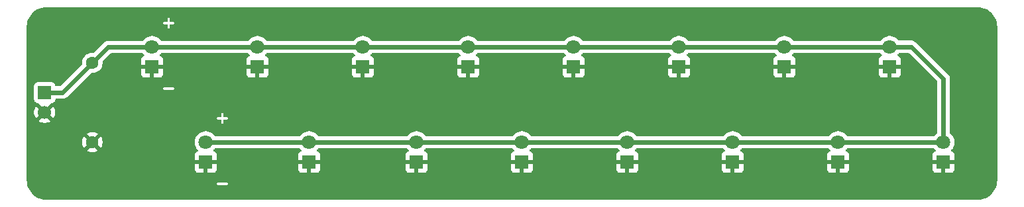
<source format=gbr>
%TF.GenerationSoftware,KiCad,Pcbnew,9.0.2*%
%TF.CreationDate,2025-10-03T08:34:23+02:00*%
%TF.ProjectId,led_print,6c65645f-7072-4696-9e74-2e6b69636164,rev?*%
%TF.SameCoordinates,Original*%
%TF.FileFunction,Copper,L1,Top*%
%TF.FilePolarity,Positive*%
%FSLAX46Y46*%
G04 Gerber Fmt 4.6, Leading zero omitted, Abs format (unit mm)*
G04 Created by KiCad (PCBNEW 9.0.2) date 2025-10-03 08:34:23*
%MOMM*%
%LPD*%
G01*
G04 APERTURE LIST*
%ADD10C,0.300000*%
%TA.AperFunction,ComponentPad*%
%ADD11R,1.800000X1.800000*%
%TD*%
%TA.AperFunction,ComponentPad*%
%ADD12C,1.800000*%
%TD*%
%TA.AperFunction,ComponentPad*%
%ADD13C,1.600000*%
%TD*%
%TA.AperFunction,ComponentPad*%
%ADD14R,1.700000X1.700000*%
%TD*%
%TA.AperFunction,ComponentPad*%
%ADD15C,1.700000*%
%TD*%
%TA.AperFunction,Conductor*%
%ADD16C,0.600000*%
%TD*%
G04 APERTURE END LIST*
D10*
G36*
X86593153Y-65392613D02*
G01*
X84822725Y-65392613D01*
X84822725Y-64478136D01*
X84989392Y-64478136D01*
X84989392Y-64536664D01*
X85011790Y-64590736D01*
X85053174Y-64632120D01*
X85107246Y-64654518D01*
X85136510Y-64657400D01*
X85557939Y-64657400D01*
X85557939Y-65078828D01*
X85560821Y-65108092D01*
X85583219Y-65162164D01*
X85624603Y-65203548D01*
X85678675Y-65225946D01*
X85737203Y-65225946D01*
X85791275Y-65203548D01*
X85832659Y-65162164D01*
X85855057Y-65108092D01*
X85857939Y-65078828D01*
X85857939Y-64657400D01*
X86279368Y-64657400D01*
X86308632Y-64654518D01*
X86362704Y-64632120D01*
X86404088Y-64590736D01*
X86426486Y-64536664D01*
X86426486Y-64478136D01*
X86404088Y-64424064D01*
X86362704Y-64382680D01*
X86308632Y-64360282D01*
X86279368Y-64357400D01*
X85857939Y-64357400D01*
X85857939Y-63935971D01*
X85855057Y-63906707D01*
X85832659Y-63852635D01*
X85791275Y-63811251D01*
X85737203Y-63788853D01*
X85678675Y-63788853D01*
X85624603Y-63811251D01*
X85583219Y-63852635D01*
X85560821Y-63906707D01*
X85557939Y-63935971D01*
X85557939Y-64357400D01*
X85136510Y-64357400D01*
X85107246Y-64360282D01*
X85053174Y-64382680D01*
X85011790Y-64424064D01*
X84989392Y-64478136D01*
X84822725Y-64478136D01*
X84822725Y-63622186D01*
X86593153Y-63622186D01*
X86593153Y-65392613D01*
G37*
G36*
X86593153Y-73206067D02*
G01*
X84822725Y-73206067D01*
X84822725Y-72860136D01*
X84989392Y-72860136D01*
X84989392Y-72918664D01*
X85011790Y-72972736D01*
X85053174Y-73014120D01*
X85107246Y-73036518D01*
X85136510Y-73039400D01*
X86279368Y-73039400D01*
X86308632Y-73036518D01*
X86362704Y-73014120D01*
X86404088Y-72972736D01*
X86426486Y-72918664D01*
X86426486Y-72860136D01*
X86404088Y-72806064D01*
X86362704Y-72764680D01*
X86308632Y-72742282D01*
X86279368Y-72739400D01*
X85136510Y-72739400D01*
X85107246Y-72742282D01*
X85053174Y-72764680D01*
X85011790Y-72806064D01*
X84989392Y-72860136D01*
X84822725Y-72860136D01*
X84822725Y-72572733D01*
X86593153Y-72572733D01*
X86593153Y-73206067D01*
G37*
G36*
X79735153Y-61014067D02*
G01*
X77964725Y-61014067D01*
X77964725Y-60668136D01*
X78131392Y-60668136D01*
X78131392Y-60726664D01*
X78153790Y-60780736D01*
X78195174Y-60822120D01*
X78249246Y-60844518D01*
X78278510Y-60847400D01*
X79421368Y-60847400D01*
X79450632Y-60844518D01*
X79504704Y-60822120D01*
X79546088Y-60780736D01*
X79568486Y-60726664D01*
X79568486Y-60668136D01*
X79546088Y-60614064D01*
X79504704Y-60572680D01*
X79450632Y-60550282D01*
X79421368Y-60547400D01*
X78278510Y-60547400D01*
X78249246Y-60550282D01*
X78195174Y-60572680D01*
X78153790Y-60614064D01*
X78131392Y-60668136D01*
X77964725Y-60668136D01*
X77964725Y-60380733D01*
X79735153Y-60380733D01*
X79735153Y-61014067D01*
G37*
G36*
X79735153Y-53200613D02*
G01*
X77964725Y-53200613D01*
X77964725Y-52286136D01*
X78131392Y-52286136D01*
X78131392Y-52344664D01*
X78153790Y-52398736D01*
X78195174Y-52440120D01*
X78249246Y-52462518D01*
X78278510Y-52465400D01*
X78699939Y-52465400D01*
X78699939Y-52886828D01*
X78702821Y-52916092D01*
X78725219Y-52970164D01*
X78766603Y-53011548D01*
X78820675Y-53033946D01*
X78879203Y-53033946D01*
X78933275Y-53011548D01*
X78974659Y-52970164D01*
X78997057Y-52916092D01*
X78999939Y-52886828D01*
X78999939Y-52465400D01*
X79421368Y-52465400D01*
X79450632Y-52462518D01*
X79504704Y-52440120D01*
X79546088Y-52398736D01*
X79568486Y-52344664D01*
X79568486Y-52286136D01*
X79546088Y-52232064D01*
X79504704Y-52190680D01*
X79450632Y-52168282D01*
X79421368Y-52165400D01*
X78999939Y-52165400D01*
X78999939Y-51743971D01*
X78997057Y-51714707D01*
X78974659Y-51660635D01*
X78933275Y-51619251D01*
X78879203Y-51596853D01*
X78820675Y-51596853D01*
X78766603Y-51619251D01*
X78725219Y-51660635D01*
X78702821Y-51714707D01*
X78699939Y-51743971D01*
X78699939Y-52165400D01*
X78278510Y-52165400D01*
X78249246Y-52168282D01*
X78195174Y-52190680D01*
X78153790Y-52232064D01*
X78131392Y-52286136D01*
X77964725Y-52286136D01*
X77964725Y-51430186D01*
X79735153Y-51430186D01*
X79735153Y-53200613D01*
G37*
D11*
%TO.P,D7,1,K*%
%TO.N,GND*%
X117094000Y-57917000D03*
D12*
%TO.P,D7,2,A*%
%TO.N,Net-(D1-A)*%
X117094000Y-55377000D03*
%TD*%
D11*
%TO.P,D1,1,K*%
%TO.N,GND*%
X76708000Y-57917000D03*
D12*
%TO.P,D1,2,A*%
%TO.N,Net-(D1-A)*%
X76708000Y-55377000D03*
%TD*%
D11*
%TO.P,D15,1,K*%
%TO.N,GND*%
X170942000Y-57912000D03*
D12*
%TO.P,D15,2,A*%
%TO.N,Net-(D1-A)*%
X170942000Y-55372000D03*
%TD*%
D11*
%TO.P,D2,1,K*%
%TO.N,GND*%
X177800000Y-70109000D03*
D12*
%TO.P,D2,2,A*%
%TO.N,Net-(D1-A)*%
X177800000Y-67569000D03*
%TD*%
D13*
%TO.P,R1,1*%
%TO.N,Net-(D1-A)*%
X69088000Y-57404000D03*
%TO.P,R1,2*%
%TO.N,GND*%
X69088000Y-67564000D03*
%TD*%
D14*
%TO.P,J1,1,Pin_1*%
%TO.N,Net-(D1-A)*%
X62992000Y-61209000D03*
D15*
%TO.P,J1,2,Pin_2*%
%TO.N,GND*%
X62992000Y-63749000D03*
%TD*%
D11*
%TO.P,D14,1,K*%
%TO.N,GND*%
X96774000Y-70109000D03*
D12*
%TO.P,D14,2,A*%
%TO.N,Net-(D1-A)*%
X96774000Y-67569000D03*
%TD*%
D11*
%TO.P,D12,1,K*%
%TO.N,GND*%
X110490000Y-70109000D03*
D12*
%TO.P,D12,2,A*%
%TO.N,Net-(D1-A)*%
X110490000Y-67569000D03*
%TD*%
D11*
%TO.P,D4,1,K*%
%TO.N,GND*%
X164338000Y-70109000D03*
D12*
%TO.P,D4,2,A*%
%TO.N,Net-(D1-A)*%
X164338000Y-67569000D03*
%TD*%
D11*
%TO.P,D3,1,K*%
%TO.N,GND*%
X90170000Y-57917000D03*
D12*
%TO.P,D3,2,A*%
%TO.N,Net-(D1-A)*%
X90170000Y-55377000D03*
%TD*%
D11*
%TO.P,D16,1,K*%
%TO.N,GND*%
X83566000Y-70109000D03*
D12*
%TO.P,D16,2,A*%
%TO.N,Net-(D1-A)*%
X83566000Y-67569000D03*
%TD*%
D11*
%TO.P,D8,1,K*%
%TO.N,GND*%
X137414000Y-70109000D03*
D12*
%TO.P,D8,2,A*%
%TO.N,Net-(D1-A)*%
X137414000Y-67569000D03*
%TD*%
D11*
%TO.P,D6,1,K*%
%TO.N,GND*%
X150876000Y-70109000D03*
D12*
%TO.P,D6,2,A*%
%TO.N,Net-(D1-A)*%
X150876000Y-67569000D03*
%TD*%
D11*
%TO.P,D10,1,K*%
%TO.N,GND*%
X123952000Y-70109000D03*
D12*
%TO.P,D10,2,A*%
%TO.N,Net-(D1-A)*%
X123952000Y-67569000D03*
%TD*%
D11*
%TO.P,D13,1,K*%
%TO.N,GND*%
X157480000Y-57917000D03*
D12*
%TO.P,D13,2,A*%
%TO.N,Net-(D1-A)*%
X157480000Y-55377000D03*
%TD*%
D11*
%TO.P,D9,1,K*%
%TO.N,GND*%
X130556000Y-57917000D03*
D12*
%TO.P,D9,2,A*%
%TO.N,Net-(D1-A)*%
X130556000Y-55377000D03*
%TD*%
D11*
%TO.P,D11,1,K*%
%TO.N,GND*%
X144018000Y-57912000D03*
D12*
%TO.P,D11,2,A*%
%TO.N,Net-(D1-A)*%
X144018000Y-55372000D03*
%TD*%
D11*
%TO.P,D5,1,K*%
%TO.N,GND*%
X103632000Y-57917000D03*
D12*
%TO.P,D5,2,A*%
%TO.N,Net-(D1-A)*%
X103632000Y-55377000D03*
%TD*%
D16*
%TO.N,Net-(D1-A)*%
X71115000Y-55377000D02*
X69088000Y-57404000D01*
X76708000Y-55377000D02*
X71115000Y-55377000D01*
X65283000Y-61209000D02*
X62992000Y-61209000D01*
X69088000Y-57404000D02*
X65283000Y-61209000D01*
X144018000Y-55372000D02*
X144023000Y-55377000D01*
X117094000Y-55377000D02*
X130556000Y-55377000D01*
X144013000Y-55377000D02*
X144018000Y-55372000D01*
X150876000Y-67569000D02*
X164338000Y-67569000D01*
X110490000Y-67569000D02*
X123952000Y-67569000D01*
X90170000Y-55377000D02*
X103632000Y-55377000D01*
X83566000Y-67569000D02*
X96774000Y-67569000D01*
X96774000Y-67569000D02*
X110490000Y-67569000D01*
X170937000Y-55377000D02*
X170942000Y-55372000D01*
X157480000Y-55377000D02*
X170937000Y-55377000D01*
X130556000Y-55377000D02*
X144013000Y-55377000D01*
X164338000Y-67569000D02*
X177800000Y-67569000D01*
X150876000Y-67569000D02*
X137414000Y-67569000D01*
X123952000Y-67569000D02*
X137414000Y-67569000D01*
X173736000Y-55372000D02*
X177800000Y-59436000D01*
X103632000Y-55377000D02*
X117094000Y-55377000D01*
X76708000Y-55377000D02*
X90170000Y-55377000D01*
X170942000Y-55372000D02*
X173736000Y-55372000D01*
X177800000Y-59436000D02*
X177800000Y-67569000D01*
X144023000Y-55377000D02*
X157480000Y-55377000D01*
%TD*%
%TA.AperFunction,Conductor*%
%TO.N,GND*%
G36*
X182169736Y-50284726D02*
G01*
X182459796Y-50302271D01*
X182474659Y-50304076D01*
X182756798Y-50355780D01*
X182771335Y-50359363D01*
X183045172Y-50444695D01*
X183059163Y-50450000D01*
X183320743Y-50567727D01*
X183333989Y-50574680D01*
X183579465Y-50723075D01*
X183591776Y-50731573D01*
X183817573Y-50908473D01*
X183828781Y-50918403D01*
X184031596Y-51121218D01*
X184041526Y-51132426D01*
X184161481Y-51285538D01*
X184218422Y-51358217D01*
X184226928Y-51370540D01*
X184375316Y-51616004D01*
X184382275Y-51629263D01*
X184499997Y-51890831D01*
X184505306Y-51904832D01*
X184590635Y-52178663D01*
X184594219Y-52193201D01*
X184645923Y-52475340D01*
X184647728Y-52490205D01*
X184665274Y-52780263D01*
X184665500Y-52787750D01*
X184665500Y-72434249D01*
X184665274Y-72441736D01*
X184647728Y-72731794D01*
X184645923Y-72746659D01*
X184594219Y-73028798D01*
X184590635Y-73043336D01*
X184505306Y-73317167D01*
X184499997Y-73331168D01*
X184382275Y-73592736D01*
X184375316Y-73605995D01*
X184226928Y-73851459D01*
X184218422Y-73863782D01*
X184041526Y-74089573D01*
X184031596Y-74100781D01*
X183828781Y-74303596D01*
X183817573Y-74313526D01*
X183591782Y-74490422D01*
X183579459Y-74498928D01*
X183333995Y-74647316D01*
X183320736Y-74654275D01*
X183059168Y-74771997D01*
X183045167Y-74777306D01*
X182771336Y-74862635D01*
X182756798Y-74866219D01*
X182474659Y-74917923D01*
X182459794Y-74919728D01*
X182169736Y-74937274D01*
X182162249Y-74937500D01*
X63201751Y-74937500D01*
X63194264Y-74937274D01*
X62904205Y-74919728D01*
X62889340Y-74917923D01*
X62607201Y-74866219D01*
X62592663Y-74862635D01*
X62318832Y-74777306D01*
X62304831Y-74771997D01*
X62043263Y-74654275D01*
X62030004Y-74647316D01*
X61784540Y-74498928D01*
X61772217Y-74490422D01*
X61546426Y-74313526D01*
X61535218Y-74303596D01*
X61332403Y-74100781D01*
X61322473Y-74089573D01*
X61145573Y-73863776D01*
X61137075Y-73851465D01*
X60988680Y-73605989D01*
X60981727Y-73592743D01*
X60864000Y-73331163D01*
X60858693Y-73317167D01*
X60773696Y-73044400D01*
X84981510Y-73044400D01*
X86434368Y-73044400D01*
X86434368Y-72734400D01*
X84981510Y-72734400D01*
X84981510Y-73044400D01*
X60773696Y-73044400D01*
X60773364Y-73043336D01*
X60769780Y-73028798D01*
X60718076Y-72746659D01*
X60716271Y-72731793D01*
X60713775Y-72690524D01*
X60698726Y-72441736D01*
X60698500Y-72434249D01*
X60698500Y-67461682D01*
X67788000Y-67461682D01*
X67788000Y-67666317D01*
X67820009Y-67868417D01*
X67883244Y-68063031D01*
X67976141Y-68245350D01*
X67976147Y-68245359D01*
X68008523Y-68289921D01*
X68008524Y-68289922D01*
X68688000Y-67610446D01*
X68688000Y-67616661D01*
X68715259Y-67718394D01*
X68767920Y-67809606D01*
X68842394Y-67884080D01*
X68933606Y-67936741D01*
X69035339Y-67964000D01*
X69041553Y-67964000D01*
X68362076Y-68643474D01*
X68406650Y-68675859D01*
X68588968Y-68768755D01*
X68783582Y-68831990D01*
X68985683Y-68864000D01*
X69190317Y-68864000D01*
X69392417Y-68831990D01*
X69587031Y-68768755D01*
X69769349Y-68675859D01*
X69813921Y-68643474D01*
X69134447Y-67964000D01*
X69140661Y-67964000D01*
X69242394Y-67936741D01*
X69333606Y-67884080D01*
X69408080Y-67809606D01*
X69460741Y-67718394D01*
X69488000Y-67616661D01*
X69488000Y-67610447D01*
X70167474Y-68289921D01*
X70199859Y-68245349D01*
X70292755Y-68063031D01*
X70355990Y-67868417D01*
X70388000Y-67666317D01*
X70388000Y-67461682D01*
X70355990Y-67259582D01*
X70292755Y-67064968D01*
X70199859Y-66882650D01*
X70167474Y-66838077D01*
X70167474Y-66838076D01*
X69488000Y-67517551D01*
X69488000Y-67511339D01*
X69460741Y-67409606D01*
X69408080Y-67318394D01*
X69333606Y-67243920D01*
X69242394Y-67191259D01*
X69140661Y-67164000D01*
X69134446Y-67164000D01*
X69813922Y-66484524D01*
X69813921Y-66484523D01*
X69769359Y-66452147D01*
X69769350Y-66452141D01*
X69587031Y-66359244D01*
X69392417Y-66296009D01*
X69190317Y-66264000D01*
X68985683Y-66264000D01*
X68783582Y-66296009D01*
X68588968Y-66359244D01*
X68406644Y-66452143D01*
X68362077Y-66484523D01*
X68362077Y-66484524D01*
X69041554Y-67164000D01*
X69035339Y-67164000D01*
X68933606Y-67191259D01*
X68842394Y-67243920D01*
X68767920Y-67318394D01*
X68715259Y-67409606D01*
X68688000Y-67511339D01*
X68688000Y-67517553D01*
X68008524Y-66838077D01*
X68008523Y-66838077D01*
X67976143Y-66882644D01*
X67883244Y-67064968D01*
X67820009Y-67259582D01*
X67788000Y-67461682D01*
X60698500Y-67461682D01*
X60698500Y-65233828D01*
X84981510Y-65233828D01*
X86434368Y-65233828D01*
X86434368Y-63780971D01*
X84981510Y-63780971D01*
X84981510Y-65233828D01*
X60698500Y-65233828D01*
X60698500Y-60311135D01*
X61641500Y-60311135D01*
X61641500Y-62106870D01*
X61641501Y-62106876D01*
X61647908Y-62166483D01*
X61698202Y-62301328D01*
X61698206Y-62301335D01*
X61784452Y-62416544D01*
X61784455Y-62416547D01*
X61899664Y-62502793D01*
X61899671Y-62502797D01*
X61944618Y-62519561D01*
X62034517Y-62553091D01*
X62094127Y-62559500D01*
X62104685Y-62559499D01*
X62171723Y-62579179D01*
X62192372Y-62595818D01*
X62862591Y-63266037D01*
X62799007Y-63283075D01*
X62684993Y-63348901D01*
X62591901Y-63441993D01*
X62526075Y-63556007D01*
X62509037Y-63619591D01*
X61876728Y-62987282D01*
X61876727Y-62987282D01*
X61837380Y-63041439D01*
X61740904Y-63230782D01*
X61675242Y-63432869D01*
X61675242Y-63432872D01*
X61642000Y-63642753D01*
X61642000Y-63855246D01*
X61675242Y-64065127D01*
X61675242Y-64065130D01*
X61740904Y-64267217D01*
X61837375Y-64456550D01*
X61876728Y-64510716D01*
X62509037Y-63878408D01*
X62526075Y-63941993D01*
X62591901Y-64056007D01*
X62684993Y-64149099D01*
X62799007Y-64214925D01*
X62862590Y-64231962D01*
X62230282Y-64864269D01*
X62230282Y-64864270D01*
X62284449Y-64903624D01*
X62473782Y-65000095D01*
X62675870Y-65065757D01*
X62885754Y-65099000D01*
X63098246Y-65099000D01*
X63308127Y-65065757D01*
X63308130Y-65065757D01*
X63510217Y-65000095D01*
X63699554Y-64903622D01*
X63753716Y-64864270D01*
X63753717Y-64864270D01*
X63121408Y-64231962D01*
X63184993Y-64214925D01*
X63299007Y-64149099D01*
X63392099Y-64056007D01*
X63457925Y-63941993D01*
X63474962Y-63878408D01*
X64107270Y-64510717D01*
X64107270Y-64510716D01*
X64146622Y-64456554D01*
X64243095Y-64267217D01*
X64308757Y-64065130D01*
X64308757Y-64065127D01*
X64342000Y-63855246D01*
X64342000Y-63642753D01*
X64308757Y-63432872D01*
X64308757Y-63432869D01*
X64243095Y-63230782D01*
X64146624Y-63041449D01*
X64107270Y-62987282D01*
X64107269Y-62987282D01*
X63474962Y-63619590D01*
X63457925Y-63556007D01*
X63392099Y-63441993D01*
X63299007Y-63348901D01*
X63184993Y-63283075D01*
X63121409Y-63266037D01*
X63791627Y-62595818D01*
X63852950Y-62562333D01*
X63879307Y-62559499D01*
X63889872Y-62559499D01*
X63949483Y-62553091D01*
X64084331Y-62502796D01*
X64199546Y-62416546D01*
X64285796Y-62301331D01*
X64336091Y-62166483D01*
X64341062Y-62120242D01*
X64367799Y-62055694D01*
X64425191Y-62015846D01*
X64464351Y-62009500D01*
X65361844Y-62009500D01*
X65361845Y-62009499D01*
X65516497Y-61978737D01*
X65662179Y-61918394D01*
X65793289Y-61830789D01*
X66771678Y-60852400D01*
X78123510Y-60852400D01*
X79576368Y-60852400D01*
X79576368Y-60542400D01*
X78123510Y-60542400D01*
X78123510Y-60852400D01*
X66771678Y-60852400D01*
X67372561Y-60251517D01*
X68454890Y-59169187D01*
X68883978Y-58740098D01*
X68945299Y-58706615D01*
X68981404Y-58704165D01*
X68985643Y-58704499D01*
X68985648Y-58704500D01*
X68985653Y-58704500D01*
X69190351Y-58704500D01*
X69190352Y-58704500D01*
X69392534Y-58672477D01*
X69587219Y-58609220D01*
X69769610Y-58516287D01*
X69862590Y-58448732D01*
X69935213Y-58395971D01*
X69935215Y-58395968D01*
X69935219Y-58395966D01*
X70079966Y-58251219D01*
X70079968Y-58251215D01*
X70079971Y-58251213D01*
X70200286Y-58085611D01*
X70213672Y-58059342D01*
X70293218Y-57903223D01*
X70293218Y-57903222D01*
X70293220Y-57903219D01*
X70356477Y-57708534D01*
X70388500Y-57506352D01*
X70388500Y-57301648D01*
X70388499Y-57301644D01*
X70388165Y-57297404D01*
X70402519Y-57229024D01*
X70424096Y-57199980D01*
X71410259Y-56213819D01*
X71471582Y-56180334D01*
X71497940Y-56177500D01*
X75495302Y-56177500D01*
X75495849Y-56177660D01*
X75496398Y-56177505D01*
X75529359Y-56187500D01*
X75562341Y-56197185D01*
X75562896Y-56197670D01*
X75563261Y-56197781D01*
X75565910Y-56200305D01*
X75589729Y-56221129D01*
X75592823Y-56224764D01*
X75639758Y-56289365D01*
X75693837Y-56343444D01*
X75697062Y-56347233D01*
X75709347Y-56374777D01*
X75723801Y-56401246D01*
X75723435Y-56406360D01*
X75725524Y-56411043D01*
X75720968Y-56440856D01*
X75718817Y-56470938D01*
X75715744Y-56475042D01*
X75714970Y-56480110D01*
X75695018Y-56502728D01*
X75676945Y-56526871D01*
X75670727Y-56530265D01*
X75668750Y-56532508D01*
X75664313Y-56533768D01*
X75645969Y-56543785D01*
X75565918Y-56573643D01*
X75565906Y-56573649D01*
X75450812Y-56659809D01*
X75450809Y-56659812D01*
X75364649Y-56774906D01*
X75364645Y-56774913D01*
X75314403Y-56909620D01*
X75314401Y-56909627D01*
X75308000Y-56969155D01*
X75308000Y-57667000D01*
X76332722Y-57667000D01*
X76288667Y-57743306D01*
X76258000Y-57857756D01*
X76258000Y-57976244D01*
X76288667Y-58090694D01*
X76332722Y-58167000D01*
X75308000Y-58167000D01*
X75308000Y-58864844D01*
X75314401Y-58924372D01*
X75314403Y-58924379D01*
X75364645Y-59059086D01*
X75364649Y-59059093D01*
X75450809Y-59174187D01*
X75450812Y-59174190D01*
X75565906Y-59260350D01*
X75565913Y-59260354D01*
X75700620Y-59310596D01*
X75700627Y-59310598D01*
X75760155Y-59316999D01*
X75760172Y-59317000D01*
X76458000Y-59317000D01*
X76458000Y-58292277D01*
X76534306Y-58336333D01*
X76648756Y-58367000D01*
X76767244Y-58367000D01*
X76881694Y-58336333D01*
X76958000Y-58292277D01*
X76958000Y-59317000D01*
X77655828Y-59317000D01*
X77655844Y-59316999D01*
X77715372Y-59310598D01*
X77715379Y-59310596D01*
X77850086Y-59260354D01*
X77850093Y-59260350D01*
X77965187Y-59174190D01*
X77965190Y-59174187D01*
X78051350Y-59059093D01*
X78051354Y-59059086D01*
X78101596Y-58924379D01*
X78101598Y-58924372D01*
X78107999Y-58864844D01*
X78108000Y-58864827D01*
X78108000Y-58167000D01*
X77083278Y-58167000D01*
X77127333Y-58090694D01*
X77158000Y-57976244D01*
X77158000Y-57857756D01*
X77127333Y-57743306D01*
X77083278Y-57667000D01*
X78108000Y-57667000D01*
X78108000Y-56969172D01*
X78107999Y-56969155D01*
X78101598Y-56909627D01*
X78101596Y-56909620D01*
X78051354Y-56774913D01*
X78051350Y-56774906D01*
X77965190Y-56659812D01*
X77965187Y-56659809D01*
X77850093Y-56573649D01*
X77850087Y-56573646D01*
X77770030Y-56543786D01*
X77745882Y-56525709D01*
X77720372Y-56509631D01*
X77718201Y-56504986D01*
X77714097Y-56501914D01*
X77703558Y-56473658D01*
X77690787Y-56446335D01*
X77691471Y-56441253D01*
X77689680Y-56436450D01*
X77696090Y-56406979D01*
X77700119Y-56377091D01*
X77703737Y-56371830D01*
X77704532Y-56368177D01*
X77718937Y-56347232D01*
X77722150Y-56343456D01*
X77776242Y-56289365D01*
X77823181Y-56224757D01*
X77826271Y-56221128D01*
X77851670Y-56204486D01*
X77875709Y-56185949D01*
X77881670Y-56184829D01*
X77884713Y-56182836D01*
X77892658Y-56182765D01*
X77920698Y-56177500D01*
X88957302Y-56177500D01*
X89024341Y-56197185D01*
X89057620Y-56228615D01*
X89101752Y-56289359D01*
X89152316Y-56339923D01*
X89185801Y-56401246D01*
X89180817Y-56470938D01*
X89138945Y-56526871D01*
X89107969Y-56543785D01*
X89027918Y-56573643D01*
X89027906Y-56573649D01*
X88912812Y-56659809D01*
X88912809Y-56659812D01*
X88826649Y-56774906D01*
X88826645Y-56774913D01*
X88776403Y-56909620D01*
X88776401Y-56909627D01*
X88770000Y-56969155D01*
X88770000Y-57667000D01*
X89794722Y-57667000D01*
X89750667Y-57743306D01*
X89720000Y-57857756D01*
X89720000Y-57976244D01*
X89750667Y-58090694D01*
X89794722Y-58167000D01*
X88770000Y-58167000D01*
X88770000Y-58864844D01*
X88776401Y-58924372D01*
X88776403Y-58924379D01*
X88826645Y-59059086D01*
X88826649Y-59059093D01*
X88912809Y-59174187D01*
X88912812Y-59174190D01*
X89027906Y-59260350D01*
X89027913Y-59260354D01*
X89162620Y-59310596D01*
X89162627Y-59310598D01*
X89222155Y-59316999D01*
X89222172Y-59317000D01*
X89920000Y-59317000D01*
X89920000Y-58292277D01*
X89996306Y-58336333D01*
X90110756Y-58367000D01*
X90229244Y-58367000D01*
X90343694Y-58336333D01*
X90420000Y-58292277D01*
X90420000Y-59317000D01*
X91117828Y-59317000D01*
X91117844Y-59316999D01*
X91177372Y-59310598D01*
X91177379Y-59310596D01*
X91312086Y-59260354D01*
X91312093Y-59260350D01*
X91427187Y-59174190D01*
X91427190Y-59174187D01*
X91513350Y-59059093D01*
X91513354Y-59059086D01*
X91563596Y-58924379D01*
X91563598Y-58924372D01*
X91569999Y-58864844D01*
X91570000Y-58864827D01*
X91570000Y-58167000D01*
X90545278Y-58167000D01*
X90589333Y-58090694D01*
X90620000Y-57976244D01*
X90620000Y-57857756D01*
X90589333Y-57743306D01*
X90545278Y-57667000D01*
X91570000Y-57667000D01*
X91570000Y-56969172D01*
X91569999Y-56969155D01*
X91563598Y-56909627D01*
X91563596Y-56909620D01*
X91513354Y-56774913D01*
X91513350Y-56774906D01*
X91427190Y-56659812D01*
X91427187Y-56659809D01*
X91312093Y-56573649D01*
X91312087Y-56573646D01*
X91232030Y-56543786D01*
X91207882Y-56525709D01*
X91182372Y-56509631D01*
X91180201Y-56504986D01*
X91176097Y-56501914D01*
X91165558Y-56473658D01*
X91152787Y-56446335D01*
X91153471Y-56441253D01*
X91151680Y-56436450D01*
X91158090Y-56406979D01*
X91162119Y-56377091D01*
X91165737Y-56371830D01*
X91166532Y-56368177D01*
X91180937Y-56347232D01*
X91184150Y-56343456D01*
X91238242Y-56289365D01*
X91285181Y-56224757D01*
X91288271Y-56221128D01*
X91313670Y-56204486D01*
X91337709Y-56185949D01*
X91343670Y-56184829D01*
X91346713Y-56182836D01*
X91354658Y-56182765D01*
X91382698Y-56177500D01*
X102419302Y-56177500D01*
X102486341Y-56197185D01*
X102519620Y-56228615D01*
X102563752Y-56289359D01*
X102614316Y-56339923D01*
X102647801Y-56401246D01*
X102642817Y-56470938D01*
X102600945Y-56526871D01*
X102569969Y-56543785D01*
X102489918Y-56573643D01*
X102489906Y-56573649D01*
X102374812Y-56659809D01*
X102374809Y-56659812D01*
X102288649Y-56774906D01*
X102288645Y-56774913D01*
X102238403Y-56909620D01*
X102238401Y-56909627D01*
X102232000Y-56969155D01*
X102232000Y-57667000D01*
X103256722Y-57667000D01*
X103212667Y-57743306D01*
X103182000Y-57857756D01*
X103182000Y-57976244D01*
X103212667Y-58090694D01*
X103256722Y-58167000D01*
X102232000Y-58167000D01*
X102232000Y-58864844D01*
X102238401Y-58924372D01*
X102238403Y-58924379D01*
X102288645Y-59059086D01*
X102288649Y-59059093D01*
X102374809Y-59174187D01*
X102374812Y-59174190D01*
X102489906Y-59260350D01*
X102489913Y-59260354D01*
X102624620Y-59310596D01*
X102624627Y-59310598D01*
X102684155Y-59316999D01*
X102684172Y-59317000D01*
X103382000Y-59317000D01*
X103382000Y-58292277D01*
X103458306Y-58336333D01*
X103572756Y-58367000D01*
X103691244Y-58367000D01*
X103805694Y-58336333D01*
X103882000Y-58292277D01*
X103882000Y-59317000D01*
X104579828Y-59317000D01*
X104579844Y-59316999D01*
X104639372Y-59310598D01*
X104639379Y-59310596D01*
X104774086Y-59260354D01*
X104774093Y-59260350D01*
X104889187Y-59174190D01*
X104889190Y-59174187D01*
X104975350Y-59059093D01*
X104975354Y-59059086D01*
X105025596Y-58924379D01*
X105025598Y-58924372D01*
X105031999Y-58864844D01*
X105032000Y-58864827D01*
X105032000Y-58167000D01*
X104007278Y-58167000D01*
X104051333Y-58090694D01*
X104082000Y-57976244D01*
X104082000Y-57857756D01*
X104051333Y-57743306D01*
X104007278Y-57667000D01*
X105032000Y-57667000D01*
X105032000Y-56969172D01*
X105031999Y-56969155D01*
X105025598Y-56909627D01*
X105025596Y-56909620D01*
X104975354Y-56774913D01*
X104975350Y-56774906D01*
X104889190Y-56659812D01*
X104889187Y-56659809D01*
X104774093Y-56573649D01*
X104774087Y-56573646D01*
X104694030Y-56543786D01*
X104669882Y-56525709D01*
X104644372Y-56509631D01*
X104642201Y-56504986D01*
X104638097Y-56501914D01*
X104627558Y-56473658D01*
X104614787Y-56446335D01*
X104615471Y-56441253D01*
X104613680Y-56436450D01*
X104620090Y-56406979D01*
X104624119Y-56377091D01*
X104627737Y-56371830D01*
X104628532Y-56368177D01*
X104642937Y-56347232D01*
X104646150Y-56343456D01*
X104700242Y-56289365D01*
X104747181Y-56224757D01*
X104750271Y-56221128D01*
X104775670Y-56204486D01*
X104799709Y-56185949D01*
X104805670Y-56184829D01*
X104808713Y-56182836D01*
X104816658Y-56182765D01*
X104844698Y-56177500D01*
X115881302Y-56177500D01*
X115948341Y-56197185D01*
X115981620Y-56228615D01*
X116025752Y-56289359D01*
X116076316Y-56339923D01*
X116109801Y-56401246D01*
X116104817Y-56470938D01*
X116062945Y-56526871D01*
X116031969Y-56543785D01*
X115951918Y-56573643D01*
X115951906Y-56573649D01*
X115836812Y-56659809D01*
X115836809Y-56659812D01*
X115750649Y-56774906D01*
X115750645Y-56774913D01*
X115700403Y-56909620D01*
X115700401Y-56909627D01*
X115694000Y-56969155D01*
X115694000Y-57667000D01*
X116718722Y-57667000D01*
X116674667Y-57743306D01*
X116644000Y-57857756D01*
X116644000Y-57976244D01*
X116674667Y-58090694D01*
X116718722Y-58167000D01*
X115694000Y-58167000D01*
X115694000Y-58864844D01*
X115700401Y-58924372D01*
X115700403Y-58924379D01*
X115750645Y-59059086D01*
X115750649Y-59059093D01*
X115836809Y-59174187D01*
X115836812Y-59174190D01*
X115951906Y-59260350D01*
X115951913Y-59260354D01*
X116086620Y-59310596D01*
X116086627Y-59310598D01*
X116146155Y-59316999D01*
X116146172Y-59317000D01*
X116844000Y-59317000D01*
X116844000Y-58292277D01*
X116920306Y-58336333D01*
X117034756Y-58367000D01*
X117153244Y-58367000D01*
X117267694Y-58336333D01*
X117344000Y-58292277D01*
X117344000Y-59317000D01*
X118041828Y-59317000D01*
X118041844Y-59316999D01*
X118101372Y-59310598D01*
X118101379Y-59310596D01*
X118236086Y-59260354D01*
X118236093Y-59260350D01*
X118351187Y-59174190D01*
X118351190Y-59174187D01*
X118437350Y-59059093D01*
X118437354Y-59059086D01*
X118487596Y-58924379D01*
X118487598Y-58924372D01*
X118493999Y-58864844D01*
X118494000Y-58864827D01*
X118494000Y-58167000D01*
X117469278Y-58167000D01*
X117513333Y-58090694D01*
X117544000Y-57976244D01*
X117544000Y-57857756D01*
X117513333Y-57743306D01*
X117469278Y-57667000D01*
X118494000Y-57667000D01*
X118494000Y-56969172D01*
X118493999Y-56969155D01*
X118487598Y-56909627D01*
X118487596Y-56909620D01*
X118437354Y-56774913D01*
X118437350Y-56774906D01*
X118351190Y-56659812D01*
X118351187Y-56659809D01*
X118236093Y-56573649D01*
X118236087Y-56573646D01*
X118156030Y-56543786D01*
X118131882Y-56525709D01*
X118106372Y-56509631D01*
X118104201Y-56504986D01*
X118100097Y-56501914D01*
X118089558Y-56473658D01*
X118076787Y-56446335D01*
X118077471Y-56441253D01*
X118075680Y-56436450D01*
X118082090Y-56406979D01*
X118086119Y-56377091D01*
X118089737Y-56371830D01*
X118090532Y-56368177D01*
X118104937Y-56347232D01*
X118108150Y-56343456D01*
X118162242Y-56289365D01*
X118209181Y-56224757D01*
X118212271Y-56221128D01*
X118237670Y-56204486D01*
X118261709Y-56185949D01*
X118267670Y-56184829D01*
X118270713Y-56182836D01*
X118278658Y-56182765D01*
X118306698Y-56177500D01*
X129343302Y-56177500D01*
X129410341Y-56197185D01*
X129443620Y-56228615D01*
X129487752Y-56289359D01*
X129538316Y-56339923D01*
X129571801Y-56401246D01*
X129566817Y-56470938D01*
X129524945Y-56526871D01*
X129493969Y-56543785D01*
X129413918Y-56573643D01*
X129413906Y-56573649D01*
X129298812Y-56659809D01*
X129298809Y-56659812D01*
X129212649Y-56774906D01*
X129212645Y-56774913D01*
X129162403Y-56909620D01*
X129162401Y-56909627D01*
X129156000Y-56969155D01*
X129156000Y-57667000D01*
X130180722Y-57667000D01*
X130136667Y-57743306D01*
X130106000Y-57857756D01*
X130106000Y-57976244D01*
X130136667Y-58090694D01*
X130180722Y-58167000D01*
X129156000Y-58167000D01*
X129156000Y-58864844D01*
X129162401Y-58924372D01*
X129162403Y-58924379D01*
X129212645Y-59059086D01*
X129212649Y-59059093D01*
X129298809Y-59174187D01*
X129298812Y-59174190D01*
X129413906Y-59260350D01*
X129413913Y-59260354D01*
X129548620Y-59310596D01*
X129548627Y-59310598D01*
X129608155Y-59316999D01*
X129608172Y-59317000D01*
X130306000Y-59317000D01*
X130306000Y-58292277D01*
X130382306Y-58336333D01*
X130496756Y-58367000D01*
X130615244Y-58367000D01*
X130729694Y-58336333D01*
X130806000Y-58292277D01*
X130806000Y-59317000D01*
X131503828Y-59317000D01*
X131503844Y-59316999D01*
X131563372Y-59310598D01*
X131563379Y-59310596D01*
X131698086Y-59260354D01*
X131698093Y-59260350D01*
X131813187Y-59174190D01*
X131813190Y-59174187D01*
X131899350Y-59059093D01*
X131899354Y-59059086D01*
X131949596Y-58924379D01*
X131949598Y-58924372D01*
X131955999Y-58864844D01*
X131956000Y-58864827D01*
X131956000Y-58167000D01*
X130931278Y-58167000D01*
X130975333Y-58090694D01*
X131006000Y-57976244D01*
X131006000Y-57857756D01*
X130975333Y-57743306D01*
X130931278Y-57667000D01*
X131956000Y-57667000D01*
X131956000Y-56969172D01*
X131955999Y-56969155D01*
X131949598Y-56909627D01*
X131949596Y-56909620D01*
X131899354Y-56774913D01*
X131899350Y-56774906D01*
X131813190Y-56659812D01*
X131813187Y-56659809D01*
X131698093Y-56573649D01*
X131698087Y-56573646D01*
X131618030Y-56543786D01*
X131593882Y-56525709D01*
X131568372Y-56509631D01*
X131566201Y-56504986D01*
X131562097Y-56501914D01*
X131551558Y-56473658D01*
X131538787Y-56446335D01*
X131539471Y-56441253D01*
X131537680Y-56436450D01*
X131544090Y-56406979D01*
X131548119Y-56377091D01*
X131551737Y-56371830D01*
X131552532Y-56368177D01*
X131566937Y-56347232D01*
X131570150Y-56343456D01*
X131624242Y-56289365D01*
X131671181Y-56224757D01*
X131674271Y-56221128D01*
X131699670Y-56204486D01*
X131723709Y-56185949D01*
X131729670Y-56184829D01*
X131732713Y-56182836D01*
X131740658Y-56182765D01*
X131768698Y-56177500D01*
X142808935Y-56177500D01*
X142875974Y-56197185D01*
X142909251Y-56228612D01*
X142949758Y-56284365D01*
X142949760Y-56284367D01*
X143000316Y-56334923D01*
X143033801Y-56396246D01*
X143028817Y-56465938D01*
X142986945Y-56521871D01*
X142955969Y-56538785D01*
X142875918Y-56568643D01*
X142875906Y-56568649D01*
X142760812Y-56654809D01*
X142760809Y-56654812D01*
X142674649Y-56769906D01*
X142674645Y-56769913D01*
X142624403Y-56904620D01*
X142624401Y-56904627D01*
X142618000Y-56964155D01*
X142618000Y-57662000D01*
X143642722Y-57662000D01*
X143598667Y-57738306D01*
X143568000Y-57852756D01*
X143568000Y-57971244D01*
X143598667Y-58085694D01*
X143642722Y-58162000D01*
X142618000Y-58162000D01*
X142618000Y-58859844D01*
X142624401Y-58919372D01*
X142624403Y-58919379D01*
X142674645Y-59054086D01*
X142674649Y-59054093D01*
X142760809Y-59169187D01*
X142760812Y-59169190D01*
X142875906Y-59255350D01*
X142875913Y-59255354D01*
X143010620Y-59305596D01*
X143010627Y-59305598D01*
X143070155Y-59311999D01*
X143070172Y-59312000D01*
X143768000Y-59312000D01*
X143768000Y-58287277D01*
X143844306Y-58331333D01*
X143958756Y-58362000D01*
X144077244Y-58362000D01*
X144191694Y-58331333D01*
X144268000Y-58287277D01*
X144268000Y-59312000D01*
X144965828Y-59312000D01*
X144965844Y-59311999D01*
X145025372Y-59305598D01*
X145025379Y-59305596D01*
X145160086Y-59255354D01*
X145160093Y-59255350D01*
X145275187Y-59169190D01*
X145275190Y-59169187D01*
X145361350Y-59054093D01*
X145361354Y-59054086D01*
X145411596Y-58919379D01*
X145411598Y-58919372D01*
X145417999Y-58859844D01*
X145418000Y-58859827D01*
X145418000Y-58162000D01*
X144393278Y-58162000D01*
X144437333Y-58085694D01*
X144468000Y-57971244D01*
X144468000Y-57852756D01*
X144437333Y-57738306D01*
X144393278Y-57662000D01*
X145418000Y-57662000D01*
X145418000Y-56964172D01*
X145417999Y-56964155D01*
X145411598Y-56904627D01*
X145411596Y-56904620D01*
X145361354Y-56769913D01*
X145361350Y-56769906D01*
X145275190Y-56654812D01*
X145275187Y-56654809D01*
X145160093Y-56568649D01*
X145160087Y-56568646D01*
X145080030Y-56538786D01*
X145055743Y-56520605D01*
X145030128Y-56504354D01*
X145028049Y-56499873D01*
X145024097Y-56496914D01*
X145013496Y-56468492D01*
X145000732Y-56440970D01*
X145001406Y-56436077D01*
X144999680Y-56431450D01*
X145006129Y-56401804D01*
X145010270Y-56371754D01*
X145013769Y-56366682D01*
X145014532Y-56363177D01*
X145029177Y-56341952D01*
X145032287Y-56338319D01*
X145086242Y-56284365D01*
X145129656Y-56224610D01*
X145132878Y-56220848D01*
X145158169Y-56204384D01*
X145182077Y-56185949D01*
X145188278Y-56184784D01*
X145191434Y-56182730D01*
X145199468Y-56182682D01*
X145227065Y-56177500D01*
X156267302Y-56177500D01*
X156334341Y-56197185D01*
X156367620Y-56228615D01*
X156411752Y-56289359D01*
X156462316Y-56339923D01*
X156495801Y-56401246D01*
X156490817Y-56470938D01*
X156448945Y-56526871D01*
X156417969Y-56543785D01*
X156337918Y-56573643D01*
X156337906Y-56573649D01*
X156222812Y-56659809D01*
X156222809Y-56659812D01*
X156136649Y-56774906D01*
X156136645Y-56774913D01*
X156086403Y-56909620D01*
X156086401Y-56909627D01*
X156080000Y-56969155D01*
X156080000Y-57667000D01*
X157104722Y-57667000D01*
X157060667Y-57743306D01*
X157030000Y-57857756D01*
X157030000Y-57976244D01*
X157060667Y-58090694D01*
X157104722Y-58167000D01*
X156080000Y-58167000D01*
X156080000Y-58864844D01*
X156086401Y-58924372D01*
X156086403Y-58924379D01*
X156136645Y-59059086D01*
X156136649Y-59059093D01*
X156222809Y-59174187D01*
X156222812Y-59174190D01*
X156337906Y-59260350D01*
X156337913Y-59260354D01*
X156472620Y-59310596D01*
X156472627Y-59310598D01*
X156532155Y-59316999D01*
X156532172Y-59317000D01*
X157230000Y-59317000D01*
X157230000Y-58292277D01*
X157306306Y-58336333D01*
X157420756Y-58367000D01*
X157539244Y-58367000D01*
X157653694Y-58336333D01*
X157730000Y-58292277D01*
X157730000Y-59317000D01*
X158427828Y-59317000D01*
X158427844Y-59316999D01*
X158487372Y-59310598D01*
X158487379Y-59310596D01*
X158622086Y-59260354D01*
X158622093Y-59260350D01*
X158737187Y-59174190D01*
X158737190Y-59174187D01*
X158823350Y-59059093D01*
X158823354Y-59059086D01*
X158873596Y-58924379D01*
X158873598Y-58924372D01*
X158879999Y-58864844D01*
X158880000Y-58864827D01*
X158880000Y-58167000D01*
X157855278Y-58167000D01*
X157899333Y-58090694D01*
X157930000Y-57976244D01*
X157930000Y-57857756D01*
X157899333Y-57743306D01*
X157855278Y-57667000D01*
X158880000Y-57667000D01*
X158880000Y-56969172D01*
X158879999Y-56969155D01*
X158873598Y-56909627D01*
X158873596Y-56909620D01*
X158823354Y-56774913D01*
X158823350Y-56774906D01*
X158737190Y-56659812D01*
X158737187Y-56659809D01*
X158622093Y-56573649D01*
X158622087Y-56573646D01*
X158542030Y-56543786D01*
X158517882Y-56525709D01*
X158492372Y-56509631D01*
X158490201Y-56504986D01*
X158486097Y-56501914D01*
X158475558Y-56473658D01*
X158462787Y-56446335D01*
X158463471Y-56441253D01*
X158461680Y-56436450D01*
X158468090Y-56406979D01*
X158472119Y-56377091D01*
X158475737Y-56371830D01*
X158476532Y-56368177D01*
X158490937Y-56347232D01*
X158494150Y-56343456D01*
X158548242Y-56289365D01*
X158595181Y-56224757D01*
X158598271Y-56221128D01*
X158623670Y-56204486D01*
X158647709Y-56185949D01*
X158653670Y-56184829D01*
X158656713Y-56182836D01*
X158664658Y-56182765D01*
X158692698Y-56177500D01*
X169732935Y-56177500D01*
X169799974Y-56197185D01*
X169833251Y-56228612D01*
X169873758Y-56284365D01*
X169873760Y-56284367D01*
X169924316Y-56334923D01*
X169957801Y-56396246D01*
X169952817Y-56465938D01*
X169910945Y-56521871D01*
X169879969Y-56538785D01*
X169799918Y-56568643D01*
X169799906Y-56568649D01*
X169684812Y-56654809D01*
X169684809Y-56654812D01*
X169598649Y-56769906D01*
X169598645Y-56769913D01*
X169548403Y-56904620D01*
X169548401Y-56904627D01*
X169542000Y-56964155D01*
X169542000Y-57662000D01*
X170566722Y-57662000D01*
X170522667Y-57738306D01*
X170492000Y-57852756D01*
X170492000Y-57971244D01*
X170522667Y-58085694D01*
X170566722Y-58162000D01*
X169542000Y-58162000D01*
X169542000Y-58859844D01*
X169548401Y-58919372D01*
X169548403Y-58919379D01*
X169598645Y-59054086D01*
X169598649Y-59054093D01*
X169684809Y-59169187D01*
X169684812Y-59169190D01*
X169799906Y-59255350D01*
X169799913Y-59255354D01*
X169934620Y-59305596D01*
X169934627Y-59305598D01*
X169994155Y-59311999D01*
X169994172Y-59312000D01*
X170692000Y-59312000D01*
X170692000Y-58287277D01*
X170768306Y-58331333D01*
X170882756Y-58362000D01*
X171001244Y-58362000D01*
X171115694Y-58331333D01*
X171192000Y-58287277D01*
X171192000Y-59312000D01*
X171889828Y-59312000D01*
X171889844Y-59311999D01*
X171949372Y-59305598D01*
X171949379Y-59305596D01*
X172084086Y-59255354D01*
X172084093Y-59255350D01*
X172199187Y-59169190D01*
X172199190Y-59169187D01*
X172285350Y-59054093D01*
X172285354Y-59054086D01*
X172335596Y-58919379D01*
X172335598Y-58919372D01*
X172341999Y-58859844D01*
X172342000Y-58859827D01*
X172342000Y-58162000D01*
X171317278Y-58162000D01*
X171361333Y-58085694D01*
X171392000Y-57971244D01*
X171392000Y-57852756D01*
X171361333Y-57738306D01*
X171317278Y-57662000D01*
X172342000Y-57662000D01*
X172342000Y-56964172D01*
X172341999Y-56964155D01*
X172335598Y-56904627D01*
X172335596Y-56904620D01*
X172285354Y-56769913D01*
X172285350Y-56769906D01*
X172199190Y-56654812D01*
X172199187Y-56654809D01*
X172084093Y-56568649D01*
X172084087Y-56568646D01*
X172004030Y-56538786D01*
X171979882Y-56520709D01*
X171954372Y-56504631D01*
X171952201Y-56499986D01*
X171948097Y-56496914D01*
X171937558Y-56468658D01*
X171924787Y-56441335D01*
X171925471Y-56436253D01*
X171923680Y-56431450D01*
X171930090Y-56401979D01*
X171934119Y-56372091D01*
X171937737Y-56366830D01*
X171938532Y-56363177D01*
X171952937Y-56342232D01*
X171956150Y-56338456D01*
X172010242Y-56284365D01*
X172057181Y-56219757D01*
X172060271Y-56216128D01*
X172085670Y-56199486D01*
X172109709Y-56180949D01*
X172115670Y-56179829D01*
X172118713Y-56177836D01*
X172126658Y-56177765D01*
X172154698Y-56172500D01*
X173353060Y-56172500D01*
X173420099Y-56192185D01*
X173440741Y-56208819D01*
X176963181Y-59731259D01*
X176996666Y-59792582D01*
X176999500Y-59818940D01*
X176999500Y-66356301D01*
X176979815Y-66423340D01*
X176948387Y-66456618D01*
X176887635Y-66500757D01*
X176731752Y-66656640D01*
X176687620Y-66717385D01*
X176632291Y-66760051D01*
X176587302Y-66768500D01*
X165550698Y-66768500D01*
X165483659Y-66748815D01*
X165450380Y-66717385D01*
X165406247Y-66656640D01*
X165250363Y-66500756D01*
X165250358Y-66500752D01*
X165072025Y-66371187D01*
X165072024Y-66371186D01*
X165072022Y-66371185D01*
X165009096Y-66339122D01*
X164875606Y-66271104D01*
X164875603Y-66271103D01*
X164665952Y-66202985D01*
X164557086Y-66185742D01*
X164448222Y-66168500D01*
X164227778Y-66168500D01*
X164155201Y-66179995D01*
X164010047Y-66202985D01*
X163800396Y-66271103D01*
X163800393Y-66271104D01*
X163603974Y-66371187D01*
X163425641Y-66500752D01*
X163425636Y-66500756D01*
X163269752Y-66656640D01*
X163225620Y-66717385D01*
X163170291Y-66760051D01*
X163125302Y-66768500D01*
X152088698Y-66768500D01*
X152021659Y-66748815D01*
X151988380Y-66717385D01*
X151944247Y-66656640D01*
X151788363Y-66500756D01*
X151788358Y-66500752D01*
X151610025Y-66371187D01*
X151610024Y-66371186D01*
X151610022Y-66371185D01*
X151547096Y-66339122D01*
X151413606Y-66271104D01*
X151413603Y-66271103D01*
X151203952Y-66202985D01*
X151095086Y-66185742D01*
X150986222Y-66168500D01*
X150765778Y-66168500D01*
X150693201Y-66179995D01*
X150548047Y-66202985D01*
X150338396Y-66271103D01*
X150338393Y-66271104D01*
X150141974Y-66371187D01*
X149963641Y-66500752D01*
X149963636Y-66500756D01*
X149807752Y-66656640D01*
X149763620Y-66717385D01*
X149708291Y-66760051D01*
X149663302Y-66768500D01*
X138626698Y-66768500D01*
X138559659Y-66748815D01*
X138526380Y-66717385D01*
X138482247Y-66656640D01*
X138326363Y-66500756D01*
X138326358Y-66500752D01*
X138148025Y-66371187D01*
X138148024Y-66371186D01*
X138148022Y-66371185D01*
X138085096Y-66339122D01*
X137951606Y-66271104D01*
X137951603Y-66271103D01*
X137741952Y-66202985D01*
X137633086Y-66185742D01*
X137524222Y-66168500D01*
X137303778Y-66168500D01*
X137231201Y-66179995D01*
X137086047Y-66202985D01*
X136876396Y-66271103D01*
X136876393Y-66271104D01*
X136679974Y-66371187D01*
X136501641Y-66500752D01*
X136501636Y-66500756D01*
X136345752Y-66656640D01*
X136301620Y-66717385D01*
X136246291Y-66760051D01*
X136201302Y-66768500D01*
X125164698Y-66768500D01*
X125097659Y-66748815D01*
X125064380Y-66717385D01*
X125020247Y-66656640D01*
X124864363Y-66500756D01*
X124864358Y-66500752D01*
X124686025Y-66371187D01*
X124686024Y-66371186D01*
X124686022Y-66371185D01*
X124623096Y-66339122D01*
X124489606Y-66271104D01*
X124489603Y-66271103D01*
X124279952Y-66202985D01*
X124171086Y-66185742D01*
X124062222Y-66168500D01*
X123841778Y-66168500D01*
X123769201Y-66179995D01*
X123624047Y-66202985D01*
X123414396Y-66271103D01*
X123414393Y-66271104D01*
X123217974Y-66371187D01*
X123039641Y-66500752D01*
X123039636Y-66500756D01*
X122883752Y-66656640D01*
X122839620Y-66717385D01*
X122784291Y-66760051D01*
X122739302Y-66768500D01*
X111702698Y-66768500D01*
X111635659Y-66748815D01*
X111602380Y-66717385D01*
X111558247Y-66656640D01*
X111402363Y-66500756D01*
X111402358Y-66500752D01*
X111224025Y-66371187D01*
X111224024Y-66371186D01*
X111224022Y-66371185D01*
X111161096Y-66339122D01*
X111027606Y-66271104D01*
X111027603Y-66271103D01*
X110817952Y-66202985D01*
X110709086Y-66185742D01*
X110600222Y-66168500D01*
X110379778Y-66168500D01*
X110307201Y-66179995D01*
X110162047Y-66202985D01*
X109952396Y-66271103D01*
X109952393Y-66271104D01*
X109755974Y-66371187D01*
X109577641Y-66500752D01*
X109577636Y-66500756D01*
X109421752Y-66656640D01*
X109377620Y-66717385D01*
X109322291Y-66760051D01*
X109277302Y-66768500D01*
X97986698Y-66768500D01*
X97919659Y-66748815D01*
X97886380Y-66717385D01*
X97842247Y-66656640D01*
X97686363Y-66500756D01*
X97686358Y-66500752D01*
X97508025Y-66371187D01*
X97508024Y-66371186D01*
X97508022Y-66371185D01*
X97445096Y-66339122D01*
X97311606Y-66271104D01*
X97311603Y-66271103D01*
X97101952Y-66202985D01*
X96993086Y-66185742D01*
X96884222Y-66168500D01*
X96663778Y-66168500D01*
X96591201Y-66179995D01*
X96446047Y-66202985D01*
X96236396Y-66271103D01*
X96236393Y-66271104D01*
X96039974Y-66371187D01*
X95861641Y-66500752D01*
X95861636Y-66500756D01*
X95705752Y-66656640D01*
X95661620Y-66717385D01*
X95606291Y-66760051D01*
X95561302Y-66768500D01*
X84778698Y-66768500D01*
X84711659Y-66748815D01*
X84678380Y-66717385D01*
X84634247Y-66656640D01*
X84478363Y-66500756D01*
X84478358Y-66500752D01*
X84300025Y-66371187D01*
X84300024Y-66371186D01*
X84300022Y-66371185D01*
X84237096Y-66339122D01*
X84103606Y-66271104D01*
X84103603Y-66271103D01*
X83893952Y-66202985D01*
X83785086Y-66185742D01*
X83676222Y-66168500D01*
X83455778Y-66168500D01*
X83383201Y-66179995D01*
X83238047Y-66202985D01*
X83028396Y-66271103D01*
X83028393Y-66271104D01*
X82831974Y-66371187D01*
X82653641Y-66500752D01*
X82653636Y-66500756D01*
X82497756Y-66656636D01*
X82497752Y-66656641D01*
X82368187Y-66834974D01*
X82268104Y-67031393D01*
X82268103Y-67031396D01*
X82199985Y-67241047D01*
X82165500Y-67458778D01*
X82165500Y-67679221D01*
X82199985Y-67896952D01*
X82268103Y-68106603D01*
X82268104Y-68106606D01*
X82336122Y-68240096D01*
X82361510Y-68289922D01*
X82368187Y-68303025D01*
X82497752Y-68481358D01*
X82497756Y-68481363D01*
X82548316Y-68531923D01*
X82581801Y-68593246D01*
X82576817Y-68662938D01*
X82534945Y-68718871D01*
X82503969Y-68735785D01*
X82423918Y-68765643D01*
X82423906Y-68765649D01*
X82308812Y-68851809D01*
X82308809Y-68851812D01*
X82222649Y-68966906D01*
X82222645Y-68966913D01*
X82172403Y-69101620D01*
X82172401Y-69101627D01*
X82166000Y-69161155D01*
X82166000Y-69859000D01*
X83190722Y-69859000D01*
X83146667Y-69935306D01*
X83116000Y-70049756D01*
X83116000Y-70168244D01*
X83146667Y-70282694D01*
X83190722Y-70359000D01*
X82166000Y-70359000D01*
X82166000Y-71056844D01*
X82172401Y-71116372D01*
X82172403Y-71116379D01*
X82222645Y-71251086D01*
X82222649Y-71251093D01*
X82308809Y-71366187D01*
X82308812Y-71366190D01*
X82423906Y-71452350D01*
X82423913Y-71452354D01*
X82558620Y-71502596D01*
X82558627Y-71502598D01*
X82618155Y-71508999D01*
X82618172Y-71509000D01*
X83316000Y-71509000D01*
X83316000Y-70484277D01*
X83392306Y-70528333D01*
X83506756Y-70559000D01*
X83625244Y-70559000D01*
X83739694Y-70528333D01*
X83816000Y-70484277D01*
X83816000Y-71509000D01*
X84513828Y-71509000D01*
X84513844Y-71508999D01*
X84573372Y-71502598D01*
X84573379Y-71502596D01*
X84708086Y-71452354D01*
X84708093Y-71452350D01*
X84823187Y-71366190D01*
X84823190Y-71366187D01*
X84909350Y-71251093D01*
X84909354Y-71251086D01*
X84959596Y-71116379D01*
X84959598Y-71116372D01*
X84965999Y-71056844D01*
X84966000Y-71056827D01*
X84966000Y-70359000D01*
X83941278Y-70359000D01*
X83985333Y-70282694D01*
X84016000Y-70168244D01*
X84016000Y-70049756D01*
X83985333Y-69935306D01*
X83941278Y-69859000D01*
X84966000Y-69859000D01*
X84966000Y-69161172D01*
X84965999Y-69161155D01*
X84959598Y-69101627D01*
X84959596Y-69101620D01*
X84909354Y-68966913D01*
X84909350Y-68966906D01*
X84823190Y-68851812D01*
X84823187Y-68851809D01*
X84708093Y-68765649D01*
X84708087Y-68765646D01*
X84628030Y-68735786D01*
X84603882Y-68717709D01*
X84578372Y-68701631D01*
X84576201Y-68696986D01*
X84572097Y-68693914D01*
X84561558Y-68665658D01*
X84548787Y-68638335D01*
X84549471Y-68633253D01*
X84547680Y-68628450D01*
X84554090Y-68598979D01*
X84558119Y-68569091D01*
X84561737Y-68563830D01*
X84562532Y-68560177D01*
X84576937Y-68539232D01*
X84580150Y-68535456D01*
X84634242Y-68481365D01*
X84681181Y-68416757D01*
X84684271Y-68413128D01*
X84709670Y-68396486D01*
X84733709Y-68377949D01*
X84739670Y-68376829D01*
X84742713Y-68374836D01*
X84750658Y-68374765D01*
X84778698Y-68369500D01*
X95561302Y-68369500D01*
X95628341Y-68389185D01*
X95661620Y-68420615D01*
X95705752Y-68481359D01*
X95756316Y-68531923D01*
X95789801Y-68593246D01*
X95784817Y-68662938D01*
X95742945Y-68718871D01*
X95711969Y-68735785D01*
X95631918Y-68765643D01*
X95631906Y-68765649D01*
X95516812Y-68851809D01*
X95516809Y-68851812D01*
X95430649Y-68966906D01*
X95430645Y-68966913D01*
X95380403Y-69101620D01*
X95380401Y-69101627D01*
X95374000Y-69161155D01*
X95374000Y-69859000D01*
X96398722Y-69859000D01*
X96354667Y-69935306D01*
X96324000Y-70049756D01*
X96324000Y-70168244D01*
X96354667Y-70282694D01*
X96398722Y-70359000D01*
X95374000Y-70359000D01*
X95374000Y-71056844D01*
X95380401Y-71116372D01*
X95380403Y-71116379D01*
X95430645Y-71251086D01*
X95430649Y-71251093D01*
X95516809Y-71366187D01*
X95516812Y-71366190D01*
X95631906Y-71452350D01*
X95631913Y-71452354D01*
X95766620Y-71502596D01*
X95766627Y-71502598D01*
X95826155Y-71508999D01*
X95826172Y-71509000D01*
X96524000Y-71509000D01*
X96524000Y-70484277D01*
X96600306Y-70528333D01*
X96714756Y-70559000D01*
X96833244Y-70559000D01*
X96947694Y-70528333D01*
X97024000Y-70484277D01*
X97024000Y-71509000D01*
X97721828Y-71509000D01*
X97721844Y-71508999D01*
X97781372Y-71502598D01*
X97781379Y-71502596D01*
X97916086Y-71452354D01*
X97916093Y-71452350D01*
X98031187Y-71366190D01*
X98031190Y-71366187D01*
X98117350Y-71251093D01*
X98117354Y-71251086D01*
X98167596Y-71116379D01*
X98167598Y-71116372D01*
X98173999Y-71056844D01*
X98174000Y-71056827D01*
X98174000Y-70359000D01*
X97149278Y-70359000D01*
X97193333Y-70282694D01*
X97224000Y-70168244D01*
X97224000Y-70049756D01*
X97193333Y-69935306D01*
X97149278Y-69859000D01*
X98174000Y-69859000D01*
X98174000Y-69161172D01*
X98173999Y-69161155D01*
X98167598Y-69101627D01*
X98167596Y-69101620D01*
X98117354Y-68966913D01*
X98117350Y-68966906D01*
X98031190Y-68851812D01*
X98031187Y-68851809D01*
X97916093Y-68765649D01*
X97916087Y-68765646D01*
X97836030Y-68735786D01*
X97811882Y-68717709D01*
X97786372Y-68701631D01*
X97784201Y-68696986D01*
X97780097Y-68693914D01*
X97769558Y-68665658D01*
X97756787Y-68638335D01*
X97757471Y-68633253D01*
X97755680Y-68628450D01*
X97762090Y-68598979D01*
X97766119Y-68569091D01*
X97769737Y-68563830D01*
X97770532Y-68560177D01*
X97784937Y-68539232D01*
X97788150Y-68535456D01*
X97842242Y-68481365D01*
X97889181Y-68416757D01*
X97892271Y-68413128D01*
X97917670Y-68396486D01*
X97941709Y-68377949D01*
X97947670Y-68376829D01*
X97950713Y-68374836D01*
X97958658Y-68374765D01*
X97986698Y-68369500D01*
X109277302Y-68369500D01*
X109344341Y-68389185D01*
X109377620Y-68420615D01*
X109421752Y-68481359D01*
X109472316Y-68531923D01*
X109505801Y-68593246D01*
X109500817Y-68662938D01*
X109458945Y-68718871D01*
X109427969Y-68735785D01*
X109347918Y-68765643D01*
X109347906Y-68765649D01*
X109232812Y-68851809D01*
X109232809Y-68851812D01*
X109146649Y-68966906D01*
X109146645Y-68966913D01*
X109096403Y-69101620D01*
X109096401Y-69101627D01*
X109090000Y-69161155D01*
X109090000Y-69859000D01*
X110114722Y-69859000D01*
X110070667Y-69935306D01*
X110040000Y-70049756D01*
X110040000Y-70168244D01*
X110070667Y-70282694D01*
X110114722Y-70359000D01*
X109090000Y-70359000D01*
X109090000Y-71056844D01*
X109096401Y-71116372D01*
X109096403Y-71116379D01*
X109146645Y-71251086D01*
X109146649Y-71251093D01*
X109232809Y-71366187D01*
X109232812Y-71366190D01*
X109347906Y-71452350D01*
X109347913Y-71452354D01*
X109482620Y-71502596D01*
X109482627Y-71502598D01*
X109542155Y-71508999D01*
X109542172Y-71509000D01*
X110240000Y-71509000D01*
X110240000Y-70484277D01*
X110316306Y-70528333D01*
X110430756Y-70559000D01*
X110549244Y-70559000D01*
X110663694Y-70528333D01*
X110740000Y-70484277D01*
X110740000Y-71509000D01*
X111437828Y-71509000D01*
X111437844Y-71508999D01*
X111497372Y-71502598D01*
X111497379Y-71502596D01*
X111632086Y-71452354D01*
X111632093Y-71452350D01*
X111747187Y-71366190D01*
X111747190Y-71366187D01*
X111833350Y-71251093D01*
X111833354Y-71251086D01*
X111883596Y-71116379D01*
X111883598Y-71116372D01*
X111889999Y-71056844D01*
X111890000Y-71056827D01*
X111890000Y-70359000D01*
X110865278Y-70359000D01*
X110909333Y-70282694D01*
X110940000Y-70168244D01*
X110940000Y-70049756D01*
X110909333Y-69935306D01*
X110865278Y-69859000D01*
X111890000Y-69859000D01*
X111890000Y-69161172D01*
X111889999Y-69161155D01*
X111883598Y-69101627D01*
X111883596Y-69101620D01*
X111833354Y-68966913D01*
X111833350Y-68966906D01*
X111747190Y-68851812D01*
X111747187Y-68851809D01*
X111632093Y-68765649D01*
X111632087Y-68765646D01*
X111552030Y-68735786D01*
X111527882Y-68717709D01*
X111502372Y-68701631D01*
X111500201Y-68696986D01*
X111496097Y-68693914D01*
X111485558Y-68665658D01*
X111472787Y-68638335D01*
X111473471Y-68633253D01*
X111471680Y-68628450D01*
X111478090Y-68598979D01*
X111482119Y-68569091D01*
X111485737Y-68563830D01*
X111486532Y-68560177D01*
X111500937Y-68539232D01*
X111504150Y-68535456D01*
X111558242Y-68481365D01*
X111605181Y-68416757D01*
X111608271Y-68413128D01*
X111633670Y-68396486D01*
X111657709Y-68377949D01*
X111663670Y-68376829D01*
X111666713Y-68374836D01*
X111674658Y-68374765D01*
X111702698Y-68369500D01*
X122739302Y-68369500D01*
X122806341Y-68389185D01*
X122839620Y-68420615D01*
X122883752Y-68481359D01*
X122934316Y-68531923D01*
X122967801Y-68593246D01*
X122962817Y-68662938D01*
X122920945Y-68718871D01*
X122889969Y-68735785D01*
X122809918Y-68765643D01*
X122809906Y-68765649D01*
X122694812Y-68851809D01*
X122694809Y-68851812D01*
X122608649Y-68966906D01*
X122608645Y-68966913D01*
X122558403Y-69101620D01*
X122558401Y-69101627D01*
X122552000Y-69161155D01*
X122552000Y-69859000D01*
X123576722Y-69859000D01*
X123532667Y-69935306D01*
X123502000Y-70049756D01*
X123502000Y-70168244D01*
X123532667Y-70282694D01*
X123576722Y-70359000D01*
X122552000Y-70359000D01*
X122552000Y-71056844D01*
X122558401Y-71116372D01*
X122558403Y-71116379D01*
X122608645Y-71251086D01*
X122608649Y-71251093D01*
X122694809Y-71366187D01*
X122694812Y-71366190D01*
X122809906Y-71452350D01*
X122809913Y-71452354D01*
X122944620Y-71502596D01*
X122944627Y-71502598D01*
X123004155Y-71508999D01*
X123004172Y-71509000D01*
X123702000Y-71509000D01*
X123702000Y-70484277D01*
X123778306Y-70528333D01*
X123892756Y-70559000D01*
X124011244Y-70559000D01*
X124125694Y-70528333D01*
X124202000Y-70484277D01*
X124202000Y-71509000D01*
X124899828Y-71509000D01*
X124899844Y-71508999D01*
X124959372Y-71502598D01*
X124959379Y-71502596D01*
X125094086Y-71452354D01*
X125094093Y-71452350D01*
X125209187Y-71366190D01*
X125209190Y-71366187D01*
X125295350Y-71251093D01*
X125295354Y-71251086D01*
X125345596Y-71116379D01*
X125345598Y-71116372D01*
X125351999Y-71056844D01*
X125352000Y-71056827D01*
X125352000Y-70359000D01*
X124327278Y-70359000D01*
X124371333Y-70282694D01*
X124402000Y-70168244D01*
X124402000Y-70049756D01*
X124371333Y-69935306D01*
X124327278Y-69859000D01*
X125352000Y-69859000D01*
X125352000Y-69161172D01*
X125351999Y-69161155D01*
X125345598Y-69101627D01*
X125345596Y-69101620D01*
X125295354Y-68966913D01*
X125295350Y-68966906D01*
X125209190Y-68851812D01*
X125209187Y-68851809D01*
X125094093Y-68765649D01*
X125094087Y-68765646D01*
X125014030Y-68735786D01*
X124989882Y-68717709D01*
X124964372Y-68701631D01*
X124962201Y-68696986D01*
X124958097Y-68693914D01*
X124947558Y-68665658D01*
X124934787Y-68638335D01*
X124935471Y-68633253D01*
X124933680Y-68628450D01*
X124940090Y-68598979D01*
X124944119Y-68569091D01*
X124947737Y-68563830D01*
X124948532Y-68560177D01*
X124962937Y-68539232D01*
X124966150Y-68535456D01*
X125020242Y-68481365D01*
X125067181Y-68416757D01*
X125070271Y-68413128D01*
X125095670Y-68396486D01*
X125119709Y-68377949D01*
X125125670Y-68376829D01*
X125128713Y-68374836D01*
X125136658Y-68374765D01*
X125164698Y-68369500D01*
X136201302Y-68369500D01*
X136268341Y-68389185D01*
X136301620Y-68420615D01*
X136345752Y-68481359D01*
X136396316Y-68531923D01*
X136429801Y-68593246D01*
X136424817Y-68662938D01*
X136382945Y-68718871D01*
X136351969Y-68735785D01*
X136271918Y-68765643D01*
X136271906Y-68765649D01*
X136156812Y-68851809D01*
X136156809Y-68851812D01*
X136070649Y-68966906D01*
X136070645Y-68966913D01*
X136020403Y-69101620D01*
X136020401Y-69101627D01*
X136014000Y-69161155D01*
X136014000Y-69859000D01*
X137038722Y-69859000D01*
X136994667Y-69935306D01*
X136964000Y-70049756D01*
X136964000Y-70168244D01*
X136994667Y-70282694D01*
X137038722Y-70359000D01*
X136014000Y-70359000D01*
X136014000Y-71056844D01*
X136020401Y-71116372D01*
X136020403Y-71116379D01*
X136070645Y-71251086D01*
X136070649Y-71251093D01*
X136156809Y-71366187D01*
X136156812Y-71366190D01*
X136271906Y-71452350D01*
X136271913Y-71452354D01*
X136406620Y-71502596D01*
X136406627Y-71502598D01*
X136466155Y-71508999D01*
X136466172Y-71509000D01*
X137164000Y-71509000D01*
X137164000Y-70484277D01*
X137240306Y-70528333D01*
X137354756Y-70559000D01*
X137473244Y-70559000D01*
X137587694Y-70528333D01*
X137664000Y-70484277D01*
X137664000Y-71509000D01*
X138361828Y-71509000D01*
X138361844Y-71508999D01*
X138421372Y-71502598D01*
X138421379Y-71502596D01*
X138556086Y-71452354D01*
X138556093Y-71452350D01*
X138671187Y-71366190D01*
X138671190Y-71366187D01*
X138757350Y-71251093D01*
X138757354Y-71251086D01*
X138807596Y-71116379D01*
X138807598Y-71116372D01*
X138813999Y-71056844D01*
X138814000Y-71056827D01*
X138814000Y-70359000D01*
X137789278Y-70359000D01*
X137833333Y-70282694D01*
X137864000Y-70168244D01*
X137864000Y-70049756D01*
X137833333Y-69935306D01*
X137789278Y-69859000D01*
X138814000Y-69859000D01*
X138814000Y-69161172D01*
X138813999Y-69161155D01*
X138807598Y-69101627D01*
X138807596Y-69101620D01*
X138757354Y-68966913D01*
X138757350Y-68966906D01*
X138671190Y-68851812D01*
X138671187Y-68851809D01*
X138556093Y-68765649D01*
X138556087Y-68765646D01*
X138476030Y-68735786D01*
X138451882Y-68717709D01*
X138426372Y-68701631D01*
X138424201Y-68696986D01*
X138420097Y-68693914D01*
X138409558Y-68665658D01*
X138396787Y-68638335D01*
X138397471Y-68633253D01*
X138395680Y-68628450D01*
X138402090Y-68598979D01*
X138406119Y-68569091D01*
X138409737Y-68563830D01*
X138410532Y-68560177D01*
X138424937Y-68539232D01*
X138428150Y-68535456D01*
X138482242Y-68481365D01*
X138529181Y-68416757D01*
X138532271Y-68413128D01*
X138557670Y-68396486D01*
X138581709Y-68377949D01*
X138587670Y-68376829D01*
X138590713Y-68374836D01*
X138598658Y-68374765D01*
X138626698Y-68369500D01*
X149663302Y-68369500D01*
X149730341Y-68389185D01*
X149763620Y-68420615D01*
X149807752Y-68481359D01*
X149858316Y-68531923D01*
X149891801Y-68593246D01*
X149886817Y-68662938D01*
X149844945Y-68718871D01*
X149813969Y-68735785D01*
X149733918Y-68765643D01*
X149733906Y-68765649D01*
X149618812Y-68851809D01*
X149618809Y-68851812D01*
X149532649Y-68966906D01*
X149532645Y-68966913D01*
X149482403Y-69101620D01*
X149482401Y-69101627D01*
X149476000Y-69161155D01*
X149476000Y-69859000D01*
X150500722Y-69859000D01*
X150456667Y-69935306D01*
X150426000Y-70049756D01*
X150426000Y-70168244D01*
X150456667Y-70282694D01*
X150500722Y-70359000D01*
X149476000Y-70359000D01*
X149476000Y-71056844D01*
X149482401Y-71116372D01*
X149482403Y-71116379D01*
X149532645Y-71251086D01*
X149532649Y-71251093D01*
X149618809Y-71366187D01*
X149618812Y-71366190D01*
X149733906Y-71452350D01*
X149733913Y-71452354D01*
X149868620Y-71502596D01*
X149868627Y-71502598D01*
X149928155Y-71508999D01*
X149928172Y-71509000D01*
X150626000Y-71509000D01*
X150626000Y-70484277D01*
X150702306Y-70528333D01*
X150816756Y-70559000D01*
X150935244Y-70559000D01*
X151049694Y-70528333D01*
X151126000Y-70484277D01*
X151126000Y-71509000D01*
X151823828Y-71509000D01*
X151823844Y-71508999D01*
X151883372Y-71502598D01*
X151883379Y-71502596D01*
X152018086Y-71452354D01*
X152018093Y-71452350D01*
X152133187Y-71366190D01*
X152133190Y-71366187D01*
X152219350Y-71251093D01*
X152219354Y-71251086D01*
X152269596Y-71116379D01*
X152269598Y-71116372D01*
X152275999Y-71056844D01*
X152276000Y-71056827D01*
X152276000Y-70359000D01*
X151251278Y-70359000D01*
X151295333Y-70282694D01*
X151326000Y-70168244D01*
X151326000Y-70049756D01*
X151295333Y-69935306D01*
X151251278Y-69859000D01*
X152276000Y-69859000D01*
X152276000Y-69161172D01*
X152275999Y-69161155D01*
X152269598Y-69101627D01*
X152269596Y-69101620D01*
X152219354Y-68966913D01*
X152219350Y-68966906D01*
X152133190Y-68851812D01*
X152133187Y-68851809D01*
X152018093Y-68765649D01*
X152018087Y-68765646D01*
X151938030Y-68735786D01*
X151913882Y-68717709D01*
X151888372Y-68701631D01*
X151886201Y-68696986D01*
X151882097Y-68693914D01*
X151871558Y-68665658D01*
X151858787Y-68638335D01*
X151859471Y-68633253D01*
X151857680Y-68628450D01*
X151864090Y-68598979D01*
X151868119Y-68569091D01*
X151871737Y-68563830D01*
X151872532Y-68560177D01*
X151886937Y-68539232D01*
X151890150Y-68535456D01*
X151944242Y-68481365D01*
X151991181Y-68416757D01*
X151994271Y-68413128D01*
X152019670Y-68396486D01*
X152043709Y-68377949D01*
X152049670Y-68376829D01*
X152052713Y-68374836D01*
X152060658Y-68374765D01*
X152088698Y-68369500D01*
X163125302Y-68369500D01*
X163192341Y-68389185D01*
X163225620Y-68420615D01*
X163269752Y-68481359D01*
X163320316Y-68531923D01*
X163353801Y-68593246D01*
X163348817Y-68662938D01*
X163306945Y-68718871D01*
X163275969Y-68735785D01*
X163195918Y-68765643D01*
X163195906Y-68765649D01*
X163080812Y-68851809D01*
X163080809Y-68851812D01*
X162994649Y-68966906D01*
X162994645Y-68966913D01*
X162944403Y-69101620D01*
X162944401Y-69101627D01*
X162938000Y-69161155D01*
X162938000Y-69859000D01*
X163962722Y-69859000D01*
X163918667Y-69935306D01*
X163888000Y-70049756D01*
X163888000Y-70168244D01*
X163918667Y-70282694D01*
X163962722Y-70359000D01*
X162938000Y-70359000D01*
X162938000Y-71056844D01*
X162944401Y-71116372D01*
X162944403Y-71116379D01*
X162994645Y-71251086D01*
X162994649Y-71251093D01*
X163080809Y-71366187D01*
X163080812Y-71366190D01*
X163195906Y-71452350D01*
X163195913Y-71452354D01*
X163330620Y-71502596D01*
X163330627Y-71502598D01*
X163390155Y-71508999D01*
X163390172Y-71509000D01*
X164088000Y-71509000D01*
X164088000Y-70484277D01*
X164164306Y-70528333D01*
X164278756Y-70559000D01*
X164397244Y-70559000D01*
X164511694Y-70528333D01*
X164588000Y-70484277D01*
X164588000Y-71509000D01*
X165285828Y-71509000D01*
X165285844Y-71508999D01*
X165345372Y-71502598D01*
X165345379Y-71502596D01*
X165480086Y-71452354D01*
X165480093Y-71452350D01*
X165595187Y-71366190D01*
X165595190Y-71366187D01*
X165681350Y-71251093D01*
X165681354Y-71251086D01*
X165731596Y-71116379D01*
X165731598Y-71116372D01*
X165737999Y-71056844D01*
X165738000Y-71056827D01*
X165738000Y-70359000D01*
X164713278Y-70359000D01*
X164757333Y-70282694D01*
X164788000Y-70168244D01*
X164788000Y-70049756D01*
X164757333Y-69935306D01*
X164713278Y-69859000D01*
X165738000Y-69859000D01*
X165738000Y-69161172D01*
X165737999Y-69161155D01*
X165731598Y-69101627D01*
X165731596Y-69101620D01*
X165681354Y-68966913D01*
X165681350Y-68966906D01*
X165595190Y-68851812D01*
X165595187Y-68851809D01*
X165480093Y-68765649D01*
X165480087Y-68765646D01*
X165400030Y-68735786D01*
X165375882Y-68717709D01*
X165350372Y-68701631D01*
X165348201Y-68696986D01*
X165344097Y-68693914D01*
X165333558Y-68665658D01*
X165320787Y-68638335D01*
X165321471Y-68633253D01*
X165319680Y-68628450D01*
X165326090Y-68598979D01*
X165330119Y-68569091D01*
X165333737Y-68563830D01*
X165334532Y-68560177D01*
X165348937Y-68539232D01*
X165352150Y-68535456D01*
X165406242Y-68481365D01*
X165453181Y-68416757D01*
X165456271Y-68413128D01*
X165481670Y-68396486D01*
X165505709Y-68377949D01*
X165511670Y-68376829D01*
X165514713Y-68374836D01*
X165522658Y-68374765D01*
X165550698Y-68369500D01*
X176587302Y-68369500D01*
X176654341Y-68389185D01*
X176687620Y-68420615D01*
X176731752Y-68481359D01*
X176782316Y-68531923D01*
X176815801Y-68593246D01*
X176810817Y-68662938D01*
X176768945Y-68718871D01*
X176737969Y-68735785D01*
X176657918Y-68765643D01*
X176657906Y-68765649D01*
X176542812Y-68851809D01*
X176542809Y-68851812D01*
X176456649Y-68966906D01*
X176456645Y-68966913D01*
X176406403Y-69101620D01*
X176406401Y-69101627D01*
X176400000Y-69161155D01*
X176400000Y-69859000D01*
X177424722Y-69859000D01*
X177380667Y-69935306D01*
X177350000Y-70049756D01*
X177350000Y-70168244D01*
X177380667Y-70282694D01*
X177424722Y-70359000D01*
X176400000Y-70359000D01*
X176400000Y-71056844D01*
X176406401Y-71116372D01*
X176406403Y-71116379D01*
X176456645Y-71251086D01*
X176456649Y-71251093D01*
X176542809Y-71366187D01*
X176542812Y-71366190D01*
X176657906Y-71452350D01*
X176657913Y-71452354D01*
X176792620Y-71502596D01*
X176792627Y-71502598D01*
X176852155Y-71508999D01*
X176852172Y-71509000D01*
X177550000Y-71509000D01*
X177550000Y-70484277D01*
X177626306Y-70528333D01*
X177740756Y-70559000D01*
X177859244Y-70559000D01*
X177973694Y-70528333D01*
X178050000Y-70484277D01*
X178050000Y-71509000D01*
X178747828Y-71509000D01*
X178747844Y-71508999D01*
X178807372Y-71502598D01*
X178807379Y-71502596D01*
X178942086Y-71452354D01*
X178942093Y-71452350D01*
X179057187Y-71366190D01*
X179057190Y-71366187D01*
X179143350Y-71251093D01*
X179143354Y-71251086D01*
X179193596Y-71116379D01*
X179193598Y-71116372D01*
X179199999Y-71056844D01*
X179200000Y-71056827D01*
X179200000Y-70359000D01*
X178175278Y-70359000D01*
X178219333Y-70282694D01*
X178250000Y-70168244D01*
X178250000Y-70049756D01*
X178219333Y-69935306D01*
X178175278Y-69859000D01*
X179200000Y-69859000D01*
X179200000Y-69161172D01*
X179199999Y-69161155D01*
X179193598Y-69101627D01*
X179193596Y-69101620D01*
X179143354Y-68966913D01*
X179143350Y-68966906D01*
X179057190Y-68851812D01*
X179057187Y-68851809D01*
X178942093Y-68765649D01*
X178942087Y-68765646D01*
X178862030Y-68735786D01*
X178806097Y-68693914D01*
X178781680Y-68628450D01*
X178796532Y-68560177D01*
X178817681Y-68531925D01*
X178868242Y-68481365D01*
X178997815Y-68303022D01*
X179097895Y-68106606D01*
X179166015Y-67896951D01*
X179200500Y-67679222D01*
X179200500Y-67458778D01*
X179166015Y-67241049D01*
X179097895Y-67031394D01*
X179097895Y-67031393D01*
X179022102Y-66882644D01*
X178997815Y-66834978D01*
X178943378Y-66760051D01*
X178868247Y-66656641D01*
X178868243Y-66656636D01*
X178712364Y-66500757D01*
X178651613Y-66456618D01*
X178608948Y-66401287D01*
X178600500Y-66356301D01*
X178600500Y-59357155D01*
X178600499Y-59357153D01*
X178591517Y-59311999D01*
X178569737Y-59202503D01*
X178569735Y-59202498D01*
X178509397Y-59056827D01*
X178509390Y-59056814D01*
X178421790Y-58925712D01*
X178415450Y-58919372D01*
X178310289Y-58814211D01*
X176400698Y-56904620D01*
X174246292Y-54750213D01*
X174246288Y-54750210D01*
X174115185Y-54662609D01*
X174115172Y-54662602D01*
X173969501Y-54602264D01*
X173969489Y-54602261D01*
X173814845Y-54571500D01*
X173814842Y-54571500D01*
X172154698Y-54571500D01*
X172087659Y-54551815D01*
X172054380Y-54520385D01*
X172010247Y-54459640D01*
X171854363Y-54303756D01*
X171854358Y-54303752D01*
X171676025Y-54174187D01*
X171676024Y-54174186D01*
X171676022Y-54174185D01*
X171613096Y-54142122D01*
X171479606Y-54074104D01*
X171479603Y-54074103D01*
X171269952Y-54005985D01*
X171161086Y-53988742D01*
X171052222Y-53971500D01*
X170831778Y-53971500D01*
X170759201Y-53982995D01*
X170614047Y-54005985D01*
X170404396Y-54074103D01*
X170404393Y-54074104D01*
X170207974Y-54174187D01*
X170029641Y-54303752D01*
X170029636Y-54303756D01*
X169873754Y-54459638D01*
X169825989Y-54525384D01*
X169770659Y-54568051D01*
X169725670Y-54576500D01*
X158692698Y-54576500D01*
X158625659Y-54556815D01*
X158592380Y-54525385D01*
X158548247Y-54464640D01*
X158392363Y-54308756D01*
X158392358Y-54308752D01*
X158214025Y-54179187D01*
X158214024Y-54179186D01*
X158214022Y-54179185D01*
X158151096Y-54147122D01*
X158017606Y-54079104D01*
X158017603Y-54079103D01*
X157807952Y-54010985D01*
X157699086Y-53993742D01*
X157590222Y-53976500D01*
X157369778Y-53976500D01*
X157297201Y-53987995D01*
X157152047Y-54010985D01*
X156942396Y-54079103D01*
X156942393Y-54079104D01*
X156745974Y-54179187D01*
X156567641Y-54308752D01*
X156567636Y-54308756D01*
X156411752Y-54464640D01*
X156367620Y-54525385D01*
X156312291Y-54568051D01*
X156267302Y-54576500D01*
X145234330Y-54576500D01*
X145167291Y-54556815D01*
X145134011Y-54525384D01*
X145086245Y-54459638D01*
X144930363Y-54303756D01*
X144930358Y-54303752D01*
X144752025Y-54174187D01*
X144752024Y-54174186D01*
X144752022Y-54174185D01*
X144689096Y-54142122D01*
X144555606Y-54074104D01*
X144555603Y-54074103D01*
X144345952Y-54005985D01*
X144237086Y-53988742D01*
X144128222Y-53971500D01*
X143907778Y-53971500D01*
X143835201Y-53982995D01*
X143690047Y-54005985D01*
X143480396Y-54074103D01*
X143480393Y-54074104D01*
X143283974Y-54174187D01*
X143105641Y-54303752D01*
X143105636Y-54303756D01*
X142949754Y-54459638D01*
X142901989Y-54525384D01*
X142846659Y-54568051D01*
X142801670Y-54576500D01*
X131768698Y-54576500D01*
X131701659Y-54556815D01*
X131668380Y-54525385D01*
X131624247Y-54464640D01*
X131468363Y-54308756D01*
X131468358Y-54308752D01*
X131290025Y-54179187D01*
X131290024Y-54179186D01*
X131290022Y-54179185D01*
X131227096Y-54147122D01*
X131093606Y-54079104D01*
X131093603Y-54079103D01*
X130883952Y-54010985D01*
X130775086Y-53993742D01*
X130666222Y-53976500D01*
X130445778Y-53976500D01*
X130373201Y-53987995D01*
X130228047Y-54010985D01*
X130018396Y-54079103D01*
X130018393Y-54079104D01*
X129821974Y-54179187D01*
X129643641Y-54308752D01*
X129643636Y-54308756D01*
X129487752Y-54464640D01*
X129443620Y-54525385D01*
X129388291Y-54568051D01*
X129343302Y-54576500D01*
X118306698Y-54576500D01*
X118239659Y-54556815D01*
X118206380Y-54525385D01*
X118162247Y-54464640D01*
X118006363Y-54308756D01*
X118006358Y-54308752D01*
X117828025Y-54179187D01*
X117828024Y-54179186D01*
X117828022Y-54179185D01*
X117765096Y-54147122D01*
X117631606Y-54079104D01*
X117631603Y-54079103D01*
X117421952Y-54010985D01*
X117313086Y-53993742D01*
X117204222Y-53976500D01*
X116983778Y-53976500D01*
X116911201Y-53987995D01*
X116766047Y-54010985D01*
X116556396Y-54079103D01*
X116556393Y-54079104D01*
X116359974Y-54179187D01*
X116181641Y-54308752D01*
X116181636Y-54308756D01*
X116025752Y-54464640D01*
X115981620Y-54525385D01*
X115926291Y-54568051D01*
X115881302Y-54576500D01*
X104844698Y-54576500D01*
X104777659Y-54556815D01*
X104744380Y-54525385D01*
X104700247Y-54464640D01*
X104544363Y-54308756D01*
X104544358Y-54308752D01*
X104366025Y-54179187D01*
X104366024Y-54179186D01*
X104366022Y-54179185D01*
X104303096Y-54147122D01*
X104169606Y-54079104D01*
X104169603Y-54079103D01*
X103959952Y-54010985D01*
X103851086Y-53993742D01*
X103742222Y-53976500D01*
X103521778Y-53976500D01*
X103449201Y-53987995D01*
X103304047Y-54010985D01*
X103094396Y-54079103D01*
X103094393Y-54079104D01*
X102897974Y-54179187D01*
X102719641Y-54308752D01*
X102719636Y-54308756D01*
X102563752Y-54464640D01*
X102519620Y-54525385D01*
X102464291Y-54568051D01*
X102419302Y-54576500D01*
X91382698Y-54576500D01*
X91315659Y-54556815D01*
X91282380Y-54525385D01*
X91238247Y-54464640D01*
X91082363Y-54308756D01*
X91082358Y-54308752D01*
X90904025Y-54179187D01*
X90904024Y-54179186D01*
X90904022Y-54179185D01*
X90841096Y-54147122D01*
X90707606Y-54079104D01*
X90707603Y-54079103D01*
X90497952Y-54010985D01*
X90389086Y-53993742D01*
X90280222Y-53976500D01*
X90059778Y-53976500D01*
X89987201Y-53987995D01*
X89842047Y-54010985D01*
X89632396Y-54079103D01*
X89632393Y-54079104D01*
X89435974Y-54179187D01*
X89257641Y-54308752D01*
X89257636Y-54308756D01*
X89101752Y-54464640D01*
X89057620Y-54525385D01*
X89002291Y-54568051D01*
X88957302Y-54576500D01*
X77920698Y-54576500D01*
X77853659Y-54556815D01*
X77820380Y-54525385D01*
X77776247Y-54464640D01*
X77620363Y-54308756D01*
X77620358Y-54308752D01*
X77442025Y-54179187D01*
X77442024Y-54179186D01*
X77442022Y-54179185D01*
X77379096Y-54147122D01*
X77245606Y-54079104D01*
X77245603Y-54079103D01*
X77035952Y-54010985D01*
X76927086Y-53993742D01*
X76818222Y-53976500D01*
X76597778Y-53976500D01*
X76525201Y-53987995D01*
X76380047Y-54010985D01*
X76170396Y-54079103D01*
X76170393Y-54079104D01*
X75973974Y-54179187D01*
X75795641Y-54308752D01*
X75795636Y-54308756D01*
X75639752Y-54464640D01*
X75595620Y-54525385D01*
X75540291Y-54568051D01*
X75495302Y-54576500D01*
X71036155Y-54576500D01*
X70881510Y-54607261D01*
X70881498Y-54607264D01*
X70735827Y-54667602D01*
X70735814Y-54667609D01*
X70604711Y-54755210D01*
X70604707Y-54755213D01*
X69292022Y-56067898D01*
X69230699Y-56101383D01*
X69194619Y-56103835D01*
X69190359Y-56103500D01*
X69190352Y-56103500D01*
X68985648Y-56103500D01*
X68961329Y-56107351D01*
X68783465Y-56135522D01*
X68588776Y-56198781D01*
X68406386Y-56291715D01*
X68240786Y-56412028D01*
X68096028Y-56556786D01*
X67975715Y-56722386D01*
X67882781Y-56904776D01*
X67819522Y-57099465D01*
X67787500Y-57301648D01*
X67787500Y-57506359D01*
X67787835Y-57510619D01*
X67773467Y-57578996D01*
X67751898Y-57608022D01*
X64987741Y-60372181D01*
X64926418Y-60405666D01*
X64900060Y-60408500D01*
X64464351Y-60408500D01*
X64397312Y-60388815D01*
X64351557Y-60336011D01*
X64341061Y-60297752D01*
X64336091Y-60251516D01*
X64285797Y-60116671D01*
X64285793Y-60116664D01*
X64199547Y-60001455D01*
X64199544Y-60001452D01*
X64084335Y-59915206D01*
X64084328Y-59915202D01*
X63949482Y-59864908D01*
X63949483Y-59864908D01*
X63889883Y-59858501D01*
X63889881Y-59858500D01*
X63889873Y-59858500D01*
X63889864Y-59858500D01*
X62094129Y-59858500D01*
X62094123Y-59858501D01*
X62034516Y-59864908D01*
X61899671Y-59915202D01*
X61899664Y-59915206D01*
X61784455Y-60001452D01*
X61784452Y-60001455D01*
X61698206Y-60116664D01*
X61698202Y-60116671D01*
X61647908Y-60251517D01*
X61641501Y-60311116D01*
X61641500Y-60311135D01*
X60698500Y-60311135D01*
X60698500Y-53041828D01*
X78123510Y-53041828D01*
X79576368Y-53041828D01*
X79576368Y-51588971D01*
X78123510Y-51588971D01*
X78123510Y-53041828D01*
X60698500Y-53041828D01*
X60698500Y-52787750D01*
X60698726Y-52780263D01*
X60716271Y-52490205D01*
X60718076Y-52475340D01*
X60769780Y-52193201D01*
X60773364Y-52178663D01*
X60850096Y-51932422D01*
X60858696Y-51904822D01*
X60863998Y-51890841D01*
X60981731Y-51629249D01*
X60988676Y-51616016D01*
X61137080Y-51370526D01*
X61145567Y-51358230D01*
X61322480Y-51132417D01*
X61332395Y-51121226D01*
X61535226Y-50918395D01*
X61546417Y-50908480D01*
X61772230Y-50731567D01*
X61784526Y-50723080D01*
X62030016Y-50574676D01*
X62043249Y-50567731D01*
X62304841Y-50449998D01*
X62318822Y-50444696D01*
X62592668Y-50359362D01*
X62607197Y-50355780D01*
X62889344Y-50304075D01*
X62904201Y-50302271D01*
X63194264Y-50284726D01*
X63201751Y-50284500D01*
X63263892Y-50284500D01*
X182100108Y-50284500D01*
X182162249Y-50284500D01*
X182169736Y-50284726D01*
G37*
%TD.AperFunction*%
%TD*%
M02*

</source>
